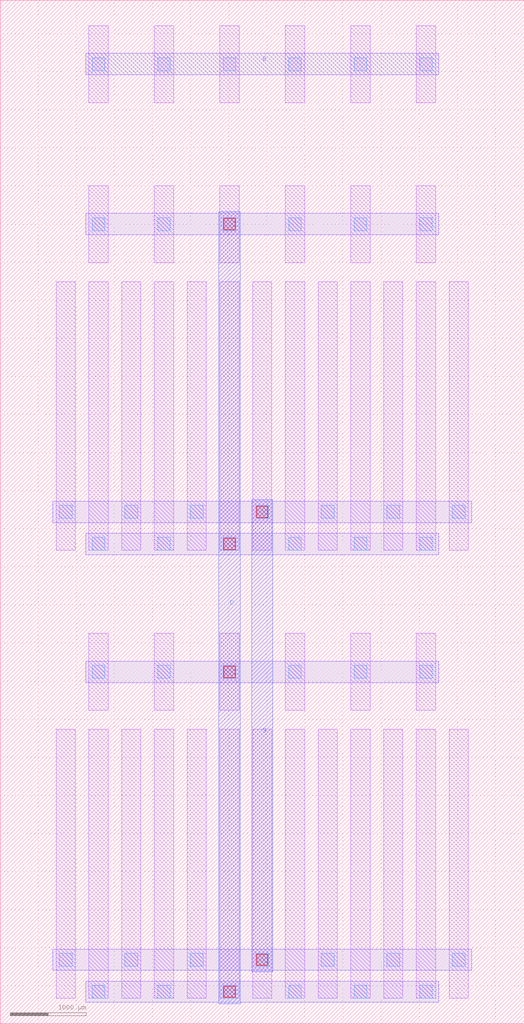
<source format=lef>
MACRO DCL_NMOS_31773049_X6_Y2
  UNITS 
    DATABASE MICRONS UNITS 1000;
  END UNITS 
  ORIGIN 0 0 ;
  FOREIGN DCL_NMOS_31773049_X6_Y2 0 0 ;
  SIZE 6880 BY 13440 ;
  PIN B
    DIRECTION INOUT ;
    USE SIGNAL ;
    PORT
      LAYER M2 ;
        RECT 1120 12460 5760 12740 ;
    END
  END B
  PIN D
    DIRECTION INOUT ;
    USE SIGNAL ;
    PORT
      LAYER M3 ;
        RECT 2870 260 3150 10660 ;
    END
  END D
  PIN S
    DIRECTION INOUT ;
    USE SIGNAL ;
    PORT
      LAYER M3 ;
        RECT 3300 680 3580 6880 ;
    END
  END S
  OBS
    LAYER M1 ;
      RECT 1165 335 1415 3865 ;
    LAYER M1 ;
      RECT 1165 4115 1415 5125 ;
    LAYER M1 ;
      RECT 1165 6215 1415 9745 ;
    LAYER M1 ;
      RECT 1165 9995 1415 11005 ;
    LAYER M1 ;
      RECT 1165 12095 1415 13105 ;
    LAYER M1 ;
      RECT 735 335 985 3865 ;
    LAYER M1 ;
      RECT 735 6215 985 9745 ;
    LAYER M1 ;
      RECT 1595 335 1845 3865 ;
    LAYER M1 ;
      RECT 1595 6215 1845 9745 ;
    LAYER M1 ;
      RECT 2025 335 2275 3865 ;
    LAYER M1 ;
      RECT 2025 4115 2275 5125 ;
    LAYER M1 ;
      RECT 2025 6215 2275 9745 ;
    LAYER M1 ;
      RECT 2025 9995 2275 11005 ;
    LAYER M1 ;
      RECT 2025 12095 2275 13105 ;
    LAYER M1 ;
      RECT 2455 335 2705 3865 ;
    LAYER M1 ;
      RECT 2455 6215 2705 9745 ;
    LAYER M1 ;
      RECT 2885 335 3135 3865 ;
    LAYER M1 ;
      RECT 2885 4115 3135 5125 ;
    LAYER M1 ;
      RECT 2885 6215 3135 9745 ;
    LAYER M1 ;
      RECT 2885 9995 3135 11005 ;
    LAYER M1 ;
      RECT 2885 12095 3135 13105 ;
    LAYER M1 ;
      RECT 3315 335 3565 3865 ;
    LAYER M1 ;
      RECT 3315 6215 3565 9745 ;
    LAYER M1 ;
      RECT 3745 335 3995 3865 ;
    LAYER M1 ;
      RECT 3745 4115 3995 5125 ;
    LAYER M1 ;
      RECT 3745 6215 3995 9745 ;
    LAYER M1 ;
      RECT 3745 9995 3995 11005 ;
    LAYER M1 ;
      RECT 3745 12095 3995 13105 ;
    LAYER M1 ;
      RECT 4175 335 4425 3865 ;
    LAYER M1 ;
      RECT 4175 6215 4425 9745 ;
    LAYER M1 ;
      RECT 4605 335 4855 3865 ;
    LAYER M1 ;
      RECT 4605 4115 4855 5125 ;
    LAYER M1 ;
      RECT 4605 6215 4855 9745 ;
    LAYER M1 ;
      RECT 4605 9995 4855 11005 ;
    LAYER M1 ;
      RECT 4605 12095 4855 13105 ;
    LAYER M1 ;
      RECT 5035 335 5285 3865 ;
    LAYER M1 ;
      RECT 5035 6215 5285 9745 ;
    LAYER M1 ;
      RECT 5465 335 5715 3865 ;
    LAYER M1 ;
      RECT 5465 4115 5715 5125 ;
    LAYER M1 ;
      RECT 5465 6215 5715 9745 ;
    LAYER M1 ;
      RECT 5465 9995 5715 11005 ;
    LAYER M1 ;
      RECT 5465 12095 5715 13105 ;
    LAYER M1 ;
      RECT 5895 335 6145 3865 ;
    LAYER M1 ;
      RECT 5895 6215 6145 9745 ;
    LAYER M2 ;
      RECT 1120 280 5760 560 ;
    LAYER M2 ;
      RECT 1120 4480 5760 4760 ;
    LAYER M2 ;
      RECT 690 700 6190 980 ;
    LAYER M2 ;
      RECT 1120 6160 5760 6440 ;
    LAYER M2 ;
      RECT 1120 10360 5760 10640 ;
    LAYER M2 ;
      RECT 690 6580 6190 6860 ;
    LAYER V1 ;
      RECT 1205 335 1375 505 ;
    LAYER V1 ;
      RECT 1205 4535 1375 4705 ;
    LAYER V1 ;
      RECT 1205 6215 1375 6385 ;
    LAYER V1 ;
      RECT 1205 10415 1375 10585 ;
    LAYER V1 ;
      RECT 1205 12515 1375 12685 ;
    LAYER V1 ;
      RECT 2065 335 2235 505 ;
    LAYER V1 ;
      RECT 2065 4535 2235 4705 ;
    LAYER V1 ;
      RECT 2065 6215 2235 6385 ;
    LAYER V1 ;
      RECT 2065 10415 2235 10585 ;
    LAYER V1 ;
      RECT 2065 12515 2235 12685 ;
    LAYER V1 ;
      RECT 2925 335 3095 505 ;
    LAYER V1 ;
      RECT 2925 4535 3095 4705 ;
    LAYER V1 ;
      RECT 2925 6215 3095 6385 ;
    LAYER V1 ;
      RECT 2925 10415 3095 10585 ;
    LAYER V1 ;
      RECT 2925 12515 3095 12685 ;
    LAYER V1 ;
      RECT 3785 335 3955 505 ;
    LAYER V1 ;
      RECT 3785 4535 3955 4705 ;
    LAYER V1 ;
      RECT 3785 6215 3955 6385 ;
    LAYER V1 ;
      RECT 3785 10415 3955 10585 ;
    LAYER V1 ;
      RECT 3785 12515 3955 12685 ;
    LAYER V1 ;
      RECT 4645 335 4815 505 ;
    LAYER V1 ;
      RECT 4645 4535 4815 4705 ;
    LAYER V1 ;
      RECT 4645 6215 4815 6385 ;
    LAYER V1 ;
      RECT 4645 10415 4815 10585 ;
    LAYER V1 ;
      RECT 4645 12515 4815 12685 ;
    LAYER V1 ;
      RECT 5505 335 5675 505 ;
    LAYER V1 ;
      RECT 5505 4535 5675 4705 ;
    LAYER V1 ;
      RECT 5505 6215 5675 6385 ;
    LAYER V1 ;
      RECT 5505 10415 5675 10585 ;
    LAYER V1 ;
      RECT 5505 12515 5675 12685 ;
    LAYER V1 ;
      RECT 775 755 945 925 ;
    LAYER V1 ;
      RECT 775 6635 945 6805 ;
    LAYER V1 ;
      RECT 1635 755 1805 925 ;
    LAYER V1 ;
      RECT 1635 6635 1805 6805 ;
    LAYER V1 ;
      RECT 2495 755 2665 925 ;
    LAYER V1 ;
      RECT 2495 6635 2665 6805 ;
    LAYER V1 ;
      RECT 3355 755 3525 925 ;
    LAYER V1 ;
      RECT 3355 6635 3525 6805 ;
    LAYER V1 ;
      RECT 4215 755 4385 925 ;
    LAYER V1 ;
      RECT 4215 6635 4385 6805 ;
    LAYER V1 ;
      RECT 5075 755 5245 925 ;
    LAYER V1 ;
      RECT 5075 6635 5245 6805 ;
    LAYER V1 ;
      RECT 5935 755 6105 925 ;
    LAYER V1 ;
      RECT 5935 6635 6105 6805 ;
    LAYER V2 ;
      RECT 2935 345 3085 495 ;
    LAYER V2 ;
      RECT 2935 4545 3085 4695 ;
    LAYER V2 ;
      RECT 2935 6225 3085 6375 ;
    LAYER V2 ;
      RECT 2935 10425 3085 10575 ;
    LAYER V2 ;
      RECT 3365 765 3515 915 ;
    LAYER V2 ;
      RECT 3365 6645 3515 6795 ;
  END
END DCL_NMOS_31773049_X6_Y2

</source>
